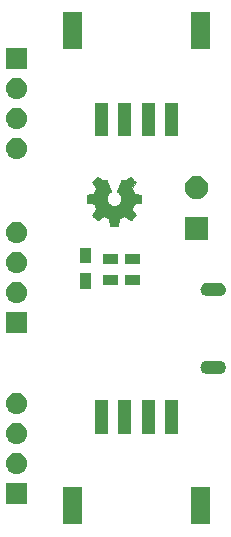
<source format=gbr>
G04 #@! TF.GenerationSoftware,KiCad,Pcbnew,5.0.1*
G04 #@! TF.CreationDate,2018-11-17T00:42:23+11:00*
G04 #@! TF.ProjectId,grove-level-shifter,67726F76652D6C6576656C2D73686966,rev?*
G04 #@! TF.SameCoordinates,Original*
G04 #@! TF.FileFunction,Soldermask,Bot*
G04 #@! TF.FilePolarity,Negative*
%FSLAX46Y46*%
G04 Gerber Fmt 4.6, Leading zero omitted, Abs format (unit mm)*
G04 Created by KiCad (PCBNEW 5.0.1) date Sat 17 Nov 2018 00:42:23 AEDT*
%MOMM*%
%LPD*%
G01*
G04 APERTURE LIST*
%ADD10C,0.010000*%
%ADD11C,0.050000*%
G04 APERTURE END LIST*
D10*
G04 #@! TO.C,Z1*
G36*
X38838910Y-44667652D02*
X38917454Y-44667222D01*
X38974298Y-44666058D01*
X39013105Y-44663793D01*
X39037538Y-44660060D01*
X39051262Y-44654494D01*
X39057940Y-44646727D01*
X39061236Y-44636395D01*
X39061556Y-44635057D01*
X39066562Y-44610921D01*
X39075829Y-44563299D01*
X39088392Y-44497259D01*
X39103287Y-44417872D01*
X39119551Y-44330204D01*
X39120119Y-44327125D01*
X39136410Y-44241211D01*
X39151652Y-44165304D01*
X39164861Y-44103955D01*
X39175054Y-44061718D01*
X39181248Y-44043145D01*
X39181543Y-44042816D01*
X39199788Y-44033747D01*
X39237405Y-44018633D01*
X39286271Y-44000738D01*
X39286543Y-44000642D01*
X39348093Y-43977507D01*
X39420657Y-43948035D01*
X39489057Y-43918403D01*
X39492294Y-43916938D01*
X39603702Y-43866374D01*
X39850399Y-44034840D01*
X39926077Y-44086197D01*
X39994631Y-44132111D01*
X40052088Y-44169970D01*
X40094476Y-44197163D01*
X40117825Y-44211079D01*
X40120042Y-44212111D01*
X40137010Y-44207516D01*
X40168701Y-44185345D01*
X40216352Y-44144553D01*
X40281198Y-44084095D01*
X40347397Y-44019773D01*
X40411214Y-43956388D01*
X40468329Y-43898549D01*
X40515305Y-43849825D01*
X40548703Y-43813790D01*
X40565085Y-43794016D01*
X40565694Y-43792998D01*
X40567505Y-43779428D01*
X40560683Y-43757267D01*
X40543540Y-43723522D01*
X40514393Y-43675200D01*
X40471555Y-43609308D01*
X40414448Y-43524483D01*
X40363766Y-43449823D01*
X40318461Y-43382860D01*
X40281150Y-43327484D01*
X40254452Y-43287580D01*
X40240985Y-43267038D01*
X40240137Y-43265644D01*
X40241781Y-43245962D01*
X40254245Y-43207707D01*
X40275048Y-43158111D01*
X40282462Y-43142272D01*
X40314814Y-43071710D01*
X40349328Y-42991647D01*
X40377365Y-42922371D01*
X40397568Y-42870955D01*
X40413615Y-42831881D01*
X40422888Y-42811459D01*
X40424041Y-42809886D01*
X40441096Y-42807279D01*
X40481298Y-42800137D01*
X40539302Y-42789477D01*
X40609763Y-42776315D01*
X40687335Y-42761667D01*
X40766672Y-42746551D01*
X40842431Y-42731982D01*
X40909264Y-42718978D01*
X40961828Y-42708555D01*
X40994776Y-42701730D01*
X41002857Y-42699801D01*
X41011205Y-42695038D01*
X41017506Y-42684282D01*
X41022045Y-42663902D01*
X41025104Y-42630266D01*
X41026967Y-42579745D01*
X41027918Y-42508708D01*
X41028240Y-42413524D01*
X41028257Y-42374508D01*
X41028257Y-42057201D01*
X40952057Y-42042161D01*
X40909663Y-42034005D01*
X40846400Y-42022101D01*
X40769962Y-42007884D01*
X40688043Y-41992790D01*
X40665400Y-41988645D01*
X40589806Y-41973947D01*
X40523953Y-41959495D01*
X40473366Y-41946625D01*
X40443574Y-41936678D01*
X40438612Y-41933713D01*
X40426426Y-41912717D01*
X40408953Y-41872033D01*
X40389577Y-41819678D01*
X40385734Y-41808400D01*
X40360339Y-41738477D01*
X40328817Y-41659582D01*
X40297969Y-41588734D01*
X40297817Y-41588405D01*
X40246447Y-41477267D01*
X40415399Y-41228747D01*
X40584352Y-40980228D01*
X40367429Y-40762942D01*
X40301819Y-40698274D01*
X40241979Y-40641267D01*
X40191267Y-40594967D01*
X40153046Y-40562416D01*
X40130675Y-40546657D01*
X40127466Y-40545657D01*
X40108626Y-40553531D01*
X40070180Y-40575422D01*
X40016330Y-40608733D01*
X39951276Y-40650869D01*
X39880940Y-40698057D01*
X39809555Y-40746190D01*
X39745908Y-40788072D01*
X39694041Y-40821129D01*
X39657995Y-40842782D01*
X39641867Y-40850457D01*
X39622189Y-40843963D01*
X39584875Y-40826850D01*
X39537621Y-40802674D01*
X39532612Y-40799987D01*
X39468977Y-40768073D01*
X39425341Y-40752421D01*
X39398202Y-40752255D01*
X39384057Y-40766796D01*
X39383975Y-40767000D01*
X39376905Y-40784221D01*
X39360042Y-40825101D01*
X39334695Y-40886475D01*
X39302171Y-40965181D01*
X39263778Y-41058053D01*
X39220822Y-41161928D01*
X39179222Y-41262498D01*
X39133504Y-41373484D01*
X39091526Y-41476297D01*
X39054548Y-41567785D01*
X39023827Y-41644799D01*
X39000622Y-41704185D01*
X38986190Y-41742791D01*
X38981743Y-41757200D01*
X38992896Y-41773728D01*
X39022069Y-41800070D01*
X39060971Y-41829113D01*
X39171757Y-41920961D01*
X39258351Y-42026241D01*
X39319716Y-42142734D01*
X39354815Y-42268224D01*
X39362608Y-42400493D01*
X39356943Y-42461543D01*
X39326078Y-42588205D01*
X39272920Y-42700059D01*
X39200767Y-42795999D01*
X39112917Y-42874924D01*
X39012665Y-42935730D01*
X38903310Y-42977313D01*
X38788147Y-42998572D01*
X38670475Y-42998401D01*
X38553590Y-42975699D01*
X38440789Y-42929362D01*
X38335369Y-42858287D01*
X38291368Y-42818089D01*
X38206979Y-42714871D01*
X38148222Y-42602075D01*
X38114704Y-42482990D01*
X38106035Y-42360905D01*
X38121823Y-42239107D01*
X38161678Y-42120884D01*
X38225207Y-42009525D01*
X38312021Y-41908316D01*
X38409029Y-41829113D01*
X38449437Y-41798838D01*
X38477982Y-41772781D01*
X38488257Y-41757175D01*
X38482877Y-41740157D01*
X38467575Y-41699500D01*
X38443612Y-41638358D01*
X38412244Y-41559881D01*
X38374732Y-41467220D01*
X38332333Y-41363528D01*
X38290663Y-41262474D01*
X38244690Y-41151393D01*
X38202107Y-41048459D01*
X38164221Y-40956835D01*
X38132340Y-40879684D01*
X38107771Y-40820169D01*
X38091820Y-40781456D01*
X38085910Y-40767000D01*
X38071948Y-40752315D01*
X38044940Y-40752358D01*
X38001413Y-40767901D01*
X37937890Y-40799716D01*
X37937388Y-40799987D01*
X37889560Y-40824677D01*
X37850897Y-40842662D01*
X37829095Y-40850386D01*
X37828133Y-40850457D01*
X37811721Y-40842622D01*
X37775487Y-40820835D01*
X37723474Y-40787672D01*
X37659725Y-40745709D01*
X37589060Y-40698057D01*
X37517116Y-40649809D01*
X37452274Y-40607849D01*
X37398735Y-40574773D01*
X37360697Y-40553179D01*
X37342533Y-40545657D01*
X37325808Y-40555543D01*
X37292180Y-40583174D01*
X37245010Y-40625505D01*
X37187658Y-40679495D01*
X37123484Y-40742101D01*
X37102497Y-40763017D01*
X36885499Y-40980377D01*
X37050668Y-41222780D01*
X37100864Y-41297219D01*
X37144919Y-41364028D01*
X37180362Y-41419335D01*
X37204719Y-41459271D01*
X37215522Y-41479964D01*
X37215838Y-41481437D01*
X37210143Y-41500942D01*
X37194826Y-41540178D01*
X37172537Y-41592570D01*
X37156893Y-41627645D01*
X37127641Y-41694799D01*
X37100094Y-41762642D01*
X37078737Y-41819966D01*
X37072935Y-41837428D01*
X37056452Y-41884062D01*
X37040340Y-41920095D01*
X37031490Y-41933713D01*
X37011960Y-41942048D01*
X36969334Y-41953863D01*
X36909145Y-41967819D01*
X36836922Y-41982578D01*
X36804600Y-41988645D01*
X36722522Y-42003727D01*
X36643795Y-42018331D01*
X36576109Y-42031020D01*
X36527160Y-42040358D01*
X36517943Y-42042161D01*
X36441743Y-42057201D01*
X36441743Y-42374508D01*
X36441914Y-42478846D01*
X36442616Y-42557787D01*
X36444134Y-42614962D01*
X36446749Y-42654001D01*
X36450746Y-42678535D01*
X36456409Y-42692195D01*
X36464020Y-42698611D01*
X36467143Y-42699801D01*
X36485978Y-42704020D01*
X36527588Y-42712438D01*
X36586630Y-42724039D01*
X36657757Y-42737805D01*
X36735625Y-42752720D01*
X36814887Y-42767768D01*
X36890198Y-42781931D01*
X36956213Y-42794194D01*
X37007587Y-42803539D01*
X37038975Y-42808950D01*
X37045959Y-42809886D01*
X37052285Y-42822404D01*
X37066290Y-42855754D01*
X37085355Y-42903623D01*
X37092634Y-42922371D01*
X37121996Y-42994805D01*
X37156571Y-43074830D01*
X37187537Y-43142272D01*
X37210323Y-43193841D01*
X37225482Y-43236215D01*
X37230542Y-43262166D01*
X37229736Y-43265644D01*
X37219041Y-43282064D01*
X37194620Y-43318583D01*
X37159095Y-43371313D01*
X37115087Y-43436365D01*
X37065217Y-43509849D01*
X37055356Y-43524355D01*
X36997492Y-43610296D01*
X36954956Y-43675739D01*
X36926054Y-43723696D01*
X36909090Y-43757180D01*
X36902367Y-43779205D01*
X36904190Y-43792783D01*
X36904236Y-43792869D01*
X36918586Y-43810703D01*
X36950323Y-43845183D01*
X36996010Y-43892732D01*
X37052204Y-43949778D01*
X37115468Y-44012745D01*
X37122602Y-44019773D01*
X37202330Y-44096980D01*
X37263857Y-44153670D01*
X37308421Y-44190890D01*
X37337257Y-44209685D01*
X37349958Y-44212111D01*
X37368494Y-44201529D01*
X37406961Y-44177084D01*
X37461386Y-44141388D01*
X37527798Y-44097053D01*
X37602225Y-44046689D01*
X37619601Y-44034840D01*
X37866297Y-43866374D01*
X37977706Y-43916938D01*
X38045457Y-43946405D01*
X38118183Y-43976041D01*
X38180703Y-43999670D01*
X38183457Y-44000642D01*
X38232360Y-44018543D01*
X38270057Y-44033680D01*
X38288425Y-44042790D01*
X38288456Y-44042816D01*
X38294285Y-44059283D01*
X38304192Y-44099781D01*
X38317195Y-44159758D01*
X38332309Y-44234660D01*
X38348552Y-44319936D01*
X38349881Y-44327125D01*
X38366175Y-44414986D01*
X38381133Y-44494740D01*
X38393791Y-44561319D01*
X38403186Y-44609653D01*
X38408354Y-44634675D01*
X38408444Y-44635057D01*
X38411589Y-44645701D01*
X38417704Y-44653738D01*
X38430453Y-44659533D01*
X38453500Y-44663453D01*
X38490509Y-44665865D01*
X38545144Y-44667135D01*
X38621067Y-44667629D01*
X38721944Y-44667714D01*
X38735000Y-44667714D01*
X38838910Y-44667652D01*
X38838910Y-44667652D01*
G37*
X38838910Y-44667652D02*
X38917454Y-44667222D01*
X38974298Y-44666058D01*
X39013105Y-44663793D01*
X39037538Y-44660060D01*
X39051262Y-44654494D01*
X39057940Y-44646727D01*
X39061236Y-44636395D01*
X39061556Y-44635057D01*
X39066562Y-44610921D01*
X39075829Y-44563299D01*
X39088392Y-44497259D01*
X39103287Y-44417872D01*
X39119551Y-44330204D01*
X39120119Y-44327125D01*
X39136410Y-44241211D01*
X39151652Y-44165304D01*
X39164861Y-44103955D01*
X39175054Y-44061718D01*
X39181248Y-44043145D01*
X39181543Y-44042816D01*
X39199788Y-44033747D01*
X39237405Y-44018633D01*
X39286271Y-44000738D01*
X39286543Y-44000642D01*
X39348093Y-43977507D01*
X39420657Y-43948035D01*
X39489057Y-43918403D01*
X39492294Y-43916938D01*
X39603702Y-43866374D01*
X39850399Y-44034840D01*
X39926077Y-44086197D01*
X39994631Y-44132111D01*
X40052088Y-44169970D01*
X40094476Y-44197163D01*
X40117825Y-44211079D01*
X40120042Y-44212111D01*
X40137010Y-44207516D01*
X40168701Y-44185345D01*
X40216352Y-44144553D01*
X40281198Y-44084095D01*
X40347397Y-44019773D01*
X40411214Y-43956388D01*
X40468329Y-43898549D01*
X40515305Y-43849825D01*
X40548703Y-43813790D01*
X40565085Y-43794016D01*
X40565694Y-43792998D01*
X40567505Y-43779428D01*
X40560683Y-43757267D01*
X40543540Y-43723522D01*
X40514393Y-43675200D01*
X40471555Y-43609308D01*
X40414448Y-43524483D01*
X40363766Y-43449823D01*
X40318461Y-43382860D01*
X40281150Y-43327484D01*
X40254452Y-43287580D01*
X40240985Y-43267038D01*
X40240137Y-43265644D01*
X40241781Y-43245962D01*
X40254245Y-43207707D01*
X40275048Y-43158111D01*
X40282462Y-43142272D01*
X40314814Y-43071710D01*
X40349328Y-42991647D01*
X40377365Y-42922371D01*
X40397568Y-42870955D01*
X40413615Y-42831881D01*
X40422888Y-42811459D01*
X40424041Y-42809886D01*
X40441096Y-42807279D01*
X40481298Y-42800137D01*
X40539302Y-42789477D01*
X40609763Y-42776315D01*
X40687335Y-42761667D01*
X40766672Y-42746551D01*
X40842431Y-42731982D01*
X40909264Y-42718978D01*
X40961828Y-42708555D01*
X40994776Y-42701730D01*
X41002857Y-42699801D01*
X41011205Y-42695038D01*
X41017506Y-42684282D01*
X41022045Y-42663902D01*
X41025104Y-42630266D01*
X41026967Y-42579745D01*
X41027918Y-42508708D01*
X41028240Y-42413524D01*
X41028257Y-42374508D01*
X41028257Y-42057201D01*
X40952057Y-42042161D01*
X40909663Y-42034005D01*
X40846400Y-42022101D01*
X40769962Y-42007884D01*
X40688043Y-41992790D01*
X40665400Y-41988645D01*
X40589806Y-41973947D01*
X40523953Y-41959495D01*
X40473366Y-41946625D01*
X40443574Y-41936678D01*
X40438612Y-41933713D01*
X40426426Y-41912717D01*
X40408953Y-41872033D01*
X40389577Y-41819678D01*
X40385734Y-41808400D01*
X40360339Y-41738477D01*
X40328817Y-41659582D01*
X40297969Y-41588734D01*
X40297817Y-41588405D01*
X40246447Y-41477267D01*
X40415399Y-41228747D01*
X40584352Y-40980228D01*
X40367429Y-40762942D01*
X40301819Y-40698274D01*
X40241979Y-40641267D01*
X40191267Y-40594967D01*
X40153046Y-40562416D01*
X40130675Y-40546657D01*
X40127466Y-40545657D01*
X40108626Y-40553531D01*
X40070180Y-40575422D01*
X40016330Y-40608733D01*
X39951276Y-40650869D01*
X39880940Y-40698057D01*
X39809555Y-40746190D01*
X39745908Y-40788072D01*
X39694041Y-40821129D01*
X39657995Y-40842782D01*
X39641867Y-40850457D01*
X39622189Y-40843963D01*
X39584875Y-40826850D01*
X39537621Y-40802674D01*
X39532612Y-40799987D01*
X39468977Y-40768073D01*
X39425341Y-40752421D01*
X39398202Y-40752255D01*
X39384057Y-40766796D01*
X39383975Y-40767000D01*
X39376905Y-40784221D01*
X39360042Y-40825101D01*
X39334695Y-40886475D01*
X39302171Y-40965181D01*
X39263778Y-41058053D01*
X39220822Y-41161928D01*
X39179222Y-41262498D01*
X39133504Y-41373484D01*
X39091526Y-41476297D01*
X39054548Y-41567785D01*
X39023827Y-41644799D01*
X39000622Y-41704185D01*
X38986190Y-41742791D01*
X38981743Y-41757200D01*
X38992896Y-41773728D01*
X39022069Y-41800070D01*
X39060971Y-41829113D01*
X39171757Y-41920961D01*
X39258351Y-42026241D01*
X39319716Y-42142734D01*
X39354815Y-42268224D01*
X39362608Y-42400493D01*
X39356943Y-42461543D01*
X39326078Y-42588205D01*
X39272920Y-42700059D01*
X39200767Y-42795999D01*
X39112917Y-42874924D01*
X39012665Y-42935730D01*
X38903310Y-42977313D01*
X38788147Y-42998572D01*
X38670475Y-42998401D01*
X38553590Y-42975699D01*
X38440789Y-42929362D01*
X38335369Y-42858287D01*
X38291368Y-42818089D01*
X38206979Y-42714871D01*
X38148222Y-42602075D01*
X38114704Y-42482990D01*
X38106035Y-42360905D01*
X38121823Y-42239107D01*
X38161678Y-42120884D01*
X38225207Y-42009525D01*
X38312021Y-41908316D01*
X38409029Y-41829113D01*
X38449437Y-41798838D01*
X38477982Y-41772781D01*
X38488257Y-41757175D01*
X38482877Y-41740157D01*
X38467575Y-41699500D01*
X38443612Y-41638358D01*
X38412244Y-41559881D01*
X38374732Y-41467220D01*
X38332333Y-41363528D01*
X38290663Y-41262474D01*
X38244690Y-41151393D01*
X38202107Y-41048459D01*
X38164221Y-40956835D01*
X38132340Y-40879684D01*
X38107771Y-40820169D01*
X38091820Y-40781456D01*
X38085910Y-40767000D01*
X38071948Y-40752315D01*
X38044940Y-40752358D01*
X38001413Y-40767901D01*
X37937890Y-40799716D01*
X37937388Y-40799987D01*
X37889560Y-40824677D01*
X37850897Y-40842662D01*
X37829095Y-40850386D01*
X37828133Y-40850457D01*
X37811721Y-40842622D01*
X37775487Y-40820835D01*
X37723474Y-40787672D01*
X37659725Y-40745709D01*
X37589060Y-40698057D01*
X37517116Y-40649809D01*
X37452274Y-40607849D01*
X37398735Y-40574773D01*
X37360697Y-40553179D01*
X37342533Y-40545657D01*
X37325808Y-40555543D01*
X37292180Y-40583174D01*
X37245010Y-40625505D01*
X37187658Y-40679495D01*
X37123484Y-40742101D01*
X37102497Y-40763017D01*
X36885499Y-40980377D01*
X37050668Y-41222780D01*
X37100864Y-41297219D01*
X37144919Y-41364028D01*
X37180362Y-41419335D01*
X37204719Y-41459271D01*
X37215522Y-41479964D01*
X37215838Y-41481437D01*
X37210143Y-41500942D01*
X37194826Y-41540178D01*
X37172537Y-41592570D01*
X37156893Y-41627645D01*
X37127641Y-41694799D01*
X37100094Y-41762642D01*
X37078737Y-41819966D01*
X37072935Y-41837428D01*
X37056452Y-41884062D01*
X37040340Y-41920095D01*
X37031490Y-41933713D01*
X37011960Y-41942048D01*
X36969334Y-41953863D01*
X36909145Y-41967819D01*
X36836922Y-41982578D01*
X36804600Y-41988645D01*
X36722522Y-42003727D01*
X36643795Y-42018331D01*
X36576109Y-42031020D01*
X36527160Y-42040358D01*
X36517943Y-42042161D01*
X36441743Y-42057201D01*
X36441743Y-42374508D01*
X36441914Y-42478846D01*
X36442616Y-42557787D01*
X36444134Y-42614962D01*
X36446749Y-42654001D01*
X36450746Y-42678535D01*
X36456409Y-42692195D01*
X36464020Y-42698611D01*
X36467143Y-42699801D01*
X36485978Y-42704020D01*
X36527588Y-42712438D01*
X36586630Y-42724039D01*
X36657757Y-42737805D01*
X36735625Y-42752720D01*
X36814887Y-42767768D01*
X36890198Y-42781931D01*
X36956213Y-42794194D01*
X37007587Y-42803539D01*
X37038975Y-42808950D01*
X37045959Y-42809886D01*
X37052285Y-42822404D01*
X37066290Y-42855754D01*
X37085355Y-42903623D01*
X37092634Y-42922371D01*
X37121996Y-42994805D01*
X37156571Y-43074830D01*
X37187537Y-43142272D01*
X37210323Y-43193841D01*
X37225482Y-43236215D01*
X37230542Y-43262166D01*
X37229736Y-43265644D01*
X37219041Y-43282064D01*
X37194620Y-43318583D01*
X37159095Y-43371313D01*
X37115087Y-43436365D01*
X37065217Y-43509849D01*
X37055356Y-43524355D01*
X36997492Y-43610296D01*
X36954956Y-43675739D01*
X36926054Y-43723696D01*
X36909090Y-43757180D01*
X36902367Y-43779205D01*
X36904190Y-43792783D01*
X36904236Y-43792869D01*
X36918586Y-43810703D01*
X36950323Y-43845183D01*
X36996010Y-43892732D01*
X37052204Y-43949778D01*
X37115468Y-44012745D01*
X37122602Y-44019773D01*
X37202330Y-44096980D01*
X37263857Y-44153670D01*
X37308421Y-44190890D01*
X37337257Y-44209685D01*
X37349958Y-44212111D01*
X37368494Y-44201529D01*
X37406961Y-44177084D01*
X37461386Y-44141388D01*
X37527798Y-44097053D01*
X37602225Y-44046689D01*
X37619601Y-44034840D01*
X37866297Y-43866374D01*
X37977706Y-43916938D01*
X38045457Y-43946405D01*
X38118183Y-43976041D01*
X38180703Y-43999670D01*
X38183457Y-44000642D01*
X38232360Y-44018543D01*
X38270057Y-44033680D01*
X38288425Y-44042790D01*
X38288456Y-44042816D01*
X38294285Y-44059283D01*
X38304192Y-44099781D01*
X38317195Y-44159758D01*
X38332309Y-44234660D01*
X38348552Y-44319936D01*
X38349881Y-44327125D01*
X38366175Y-44414986D01*
X38381133Y-44494740D01*
X38393791Y-44561319D01*
X38403186Y-44609653D01*
X38408354Y-44634675D01*
X38408444Y-44635057D01*
X38411589Y-44645701D01*
X38417704Y-44653738D01*
X38430453Y-44659533D01*
X38453500Y-44663453D01*
X38490509Y-44665865D01*
X38545144Y-44667135D01*
X38621067Y-44667629D01*
X38721944Y-44667714D01*
X38735000Y-44667714D01*
X38838910Y-44667652D01*
D11*
G36*
X46837800Y-69909890D02*
X45237200Y-69909890D01*
X45237200Y-66808150D01*
X46837800Y-66808150D01*
X46837800Y-69909890D01*
X46837800Y-69909890D01*
G37*
G36*
X36042800Y-69909890D02*
X34442200Y-69909890D01*
X34442200Y-66808150D01*
X36042800Y-66808150D01*
X36042800Y-69909890D01*
X36042800Y-69909890D01*
G37*
G36*
X31381000Y-68211000D02*
X29579000Y-68211000D01*
X29579000Y-66409000D01*
X31381000Y-66409000D01*
X31381000Y-68211000D01*
X31381000Y-68211000D01*
G37*
G36*
X30590442Y-63875518D02*
X30656627Y-63882037D01*
X30769853Y-63916384D01*
X30826467Y-63933557D01*
X30965087Y-64007652D01*
X30982991Y-64017222D01*
X31018729Y-64046552D01*
X31120186Y-64129814D01*
X31203448Y-64231271D01*
X31232778Y-64267009D01*
X31232779Y-64267011D01*
X31316443Y-64423533D01*
X31316443Y-64423534D01*
X31367963Y-64593373D01*
X31385359Y-64770000D01*
X31367963Y-64946627D01*
X31333616Y-65059853D01*
X31316443Y-65116467D01*
X31242348Y-65255087D01*
X31232778Y-65272991D01*
X31203448Y-65308729D01*
X31120186Y-65410186D01*
X31018729Y-65493448D01*
X30982991Y-65522778D01*
X30982989Y-65522779D01*
X30826467Y-65606443D01*
X30769853Y-65623616D01*
X30656627Y-65657963D01*
X30590442Y-65664482D01*
X30524260Y-65671000D01*
X30435740Y-65671000D01*
X30369558Y-65664482D01*
X30303373Y-65657963D01*
X30190147Y-65623616D01*
X30133533Y-65606443D01*
X29977011Y-65522779D01*
X29977009Y-65522778D01*
X29941271Y-65493448D01*
X29839814Y-65410186D01*
X29756552Y-65308729D01*
X29727222Y-65272991D01*
X29717652Y-65255087D01*
X29643557Y-65116467D01*
X29626384Y-65059853D01*
X29592037Y-64946627D01*
X29574641Y-64770000D01*
X29592037Y-64593373D01*
X29643557Y-64423534D01*
X29643557Y-64423533D01*
X29727221Y-64267011D01*
X29727222Y-64267009D01*
X29756552Y-64231271D01*
X29839814Y-64129814D01*
X29941271Y-64046552D01*
X29977009Y-64017222D01*
X29994913Y-64007652D01*
X30133533Y-63933557D01*
X30190147Y-63916384D01*
X30303373Y-63882037D01*
X30369558Y-63875518D01*
X30435740Y-63869000D01*
X30524260Y-63869000D01*
X30590442Y-63875518D01*
X30590442Y-63875518D01*
G37*
G36*
X30590443Y-61335519D02*
X30656627Y-61342037D01*
X30769853Y-61376384D01*
X30826467Y-61393557D01*
X30965087Y-61467652D01*
X30982991Y-61477222D01*
X31018729Y-61506552D01*
X31120186Y-61589814D01*
X31203448Y-61691271D01*
X31232778Y-61727009D01*
X31232779Y-61727011D01*
X31316443Y-61883533D01*
X31316443Y-61883534D01*
X31367963Y-62053373D01*
X31385359Y-62230000D01*
X31367963Y-62406627D01*
X31333616Y-62519853D01*
X31316443Y-62576467D01*
X31242348Y-62715087D01*
X31232778Y-62732991D01*
X31203448Y-62768729D01*
X31120186Y-62870186D01*
X31018729Y-62953448D01*
X30982991Y-62982778D01*
X30982989Y-62982779D01*
X30826467Y-63066443D01*
X30769853Y-63083616D01*
X30656627Y-63117963D01*
X30590443Y-63124481D01*
X30524260Y-63131000D01*
X30435740Y-63131000D01*
X30369557Y-63124481D01*
X30303373Y-63117963D01*
X30190147Y-63083616D01*
X30133533Y-63066443D01*
X29977011Y-62982779D01*
X29977009Y-62982778D01*
X29941271Y-62953448D01*
X29839814Y-62870186D01*
X29756552Y-62768729D01*
X29727222Y-62732991D01*
X29717652Y-62715087D01*
X29643557Y-62576467D01*
X29626384Y-62519853D01*
X29592037Y-62406627D01*
X29574641Y-62230000D01*
X29592037Y-62053373D01*
X29643557Y-61883534D01*
X29643557Y-61883533D01*
X29727221Y-61727011D01*
X29727222Y-61727009D01*
X29756552Y-61691271D01*
X29839814Y-61589814D01*
X29941271Y-61506552D01*
X29977009Y-61477222D01*
X29994913Y-61467652D01*
X30133533Y-61393557D01*
X30190147Y-61376384D01*
X30303373Y-61342037D01*
X30369557Y-61335519D01*
X30435740Y-61329000D01*
X30524260Y-61329000D01*
X30590443Y-61335519D01*
X30590443Y-61335519D01*
G37*
G36*
X44194930Y-62281000D02*
X43084550Y-62281000D01*
X43084550Y-59440880D01*
X44194930Y-59440880D01*
X44194930Y-62281000D01*
X44194930Y-62281000D01*
G37*
G36*
X38195450Y-62281000D02*
X37085070Y-62281000D01*
X37085070Y-59440880D01*
X38195450Y-59440880D01*
X38195450Y-62281000D01*
X38195450Y-62281000D01*
G37*
G36*
X40196970Y-62281000D02*
X39086590Y-62281000D01*
X39086590Y-59440880D01*
X40196970Y-59440880D01*
X40196970Y-62281000D01*
X40196970Y-62281000D01*
G37*
G36*
X42193410Y-62281000D02*
X41083030Y-62281000D01*
X41083030Y-59440880D01*
X42193410Y-59440880D01*
X42193410Y-62281000D01*
X42193410Y-62281000D01*
G37*
G36*
X30590442Y-58795518D02*
X30656627Y-58802037D01*
X30769853Y-58836384D01*
X30826467Y-58853557D01*
X30965087Y-58927652D01*
X30982991Y-58937222D01*
X31018729Y-58966552D01*
X31120186Y-59049814D01*
X31203448Y-59151271D01*
X31232778Y-59187009D01*
X31232779Y-59187011D01*
X31316443Y-59343533D01*
X31316443Y-59343534D01*
X31367963Y-59513373D01*
X31385359Y-59690000D01*
X31367963Y-59866627D01*
X31333616Y-59979853D01*
X31316443Y-60036467D01*
X31242348Y-60175087D01*
X31232778Y-60192991D01*
X31203448Y-60228729D01*
X31120186Y-60330186D01*
X31018729Y-60413448D01*
X30982991Y-60442778D01*
X30982989Y-60442779D01*
X30826467Y-60526443D01*
X30769853Y-60543616D01*
X30656627Y-60577963D01*
X30590443Y-60584481D01*
X30524260Y-60591000D01*
X30435740Y-60591000D01*
X30369557Y-60584481D01*
X30303373Y-60577963D01*
X30190147Y-60543616D01*
X30133533Y-60526443D01*
X29977011Y-60442779D01*
X29977009Y-60442778D01*
X29941271Y-60413448D01*
X29839814Y-60330186D01*
X29756552Y-60228729D01*
X29727222Y-60192991D01*
X29717652Y-60175087D01*
X29643557Y-60036467D01*
X29626384Y-59979853D01*
X29592037Y-59866627D01*
X29574641Y-59690000D01*
X29592037Y-59513373D01*
X29643557Y-59343534D01*
X29643557Y-59343533D01*
X29727221Y-59187011D01*
X29727222Y-59187009D01*
X29756552Y-59151271D01*
X29839814Y-59049814D01*
X29941271Y-58966552D01*
X29977009Y-58937222D01*
X29994913Y-58927652D01*
X30133533Y-58853557D01*
X30190147Y-58836384D01*
X30303373Y-58802037D01*
X30369558Y-58795518D01*
X30435740Y-58789000D01*
X30524260Y-58789000D01*
X30590442Y-58795518D01*
X30590442Y-58795518D01*
G37*
G36*
X47742200Y-56088548D02*
X47742203Y-56088549D01*
X47847575Y-56120513D01*
X47944686Y-56172420D01*
X47944688Y-56172421D01*
X47944687Y-56172421D01*
X48029805Y-56242275D01*
X48099659Y-56327393D01*
X48151566Y-56424503D01*
X48183532Y-56529880D01*
X48194324Y-56639460D01*
X48183532Y-56749040D01*
X48183531Y-56749043D01*
X48151567Y-56854415D01*
X48099660Y-56951526D01*
X48029805Y-57036645D01*
X47944686Y-57106500D01*
X47847575Y-57158407D01*
X47761817Y-57184421D01*
X47742200Y-57190372D01*
X47660078Y-57198460D01*
X46589162Y-57198460D01*
X46507040Y-57190372D01*
X46487423Y-57184421D01*
X46401665Y-57158407D01*
X46304554Y-57106500D01*
X46219435Y-57036645D01*
X46149580Y-56951526D01*
X46097673Y-56854415D01*
X46065709Y-56749043D01*
X46065708Y-56749040D01*
X46054916Y-56639460D01*
X46065708Y-56529880D01*
X46097674Y-56424503D01*
X46149581Y-56327393D01*
X46219435Y-56242275D01*
X46304553Y-56172421D01*
X46304552Y-56172421D01*
X46304554Y-56172420D01*
X46401665Y-56120513D01*
X46507037Y-56088549D01*
X46507040Y-56088548D01*
X46589162Y-56080460D01*
X47660078Y-56080460D01*
X47742200Y-56088548D01*
X47742200Y-56088548D01*
G37*
G36*
X31381000Y-53733000D02*
X29579000Y-53733000D01*
X29579000Y-51931000D01*
X31381000Y-51931000D01*
X31381000Y-53733000D01*
X31381000Y-53733000D01*
G37*
G36*
X30590442Y-49397518D02*
X30656627Y-49404037D01*
X30769853Y-49438384D01*
X30826467Y-49455557D01*
X30890208Y-49489628D01*
X30982991Y-49539222D01*
X31018729Y-49568552D01*
X31120186Y-49651814D01*
X31183097Y-49728473D01*
X31232778Y-49789009D01*
X31232779Y-49789011D01*
X31316443Y-49945533D01*
X31316443Y-49945534D01*
X31367963Y-50115373D01*
X31385359Y-50292000D01*
X31367963Y-50468627D01*
X31340401Y-50559486D01*
X31316443Y-50638467D01*
X31242348Y-50777087D01*
X31232778Y-50794991D01*
X31203448Y-50830729D01*
X31120186Y-50932186D01*
X31018729Y-51015448D01*
X30982991Y-51044778D01*
X30982989Y-51044779D01*
X30826467Y-51128443D01*
X30769853Y-51145616D01*
X30656627Y-51179963D01*
X30590443Y-51186481D01*
X30524260Y-51193000D01*
X30435740Y-51193000D01*
X30369558Y-51186482D01*
X30303373Y-51179963D01*
X30190147Y-51145616D01*
X30133533Y-51128443D01*
X29977011Y-51044779D01*
X29977009Y-51044778D01*
X29941271Y-51015448D01*
X29839814Y-50932186D01*
X29756552Y-50830729D01*
X29727222Y-50794991D01*
X29717652Y-50777087D01*
X29643557Y-50638467D01*
X29619599Y-50559486D01*
X29592037Y-50468627D01*
X29574641Y-50292000D01*
X29592037Y-50115373D01*
X29643557Y-49945534D01*
X29643557Y-49945533D01*
X29727221Y-49789011D01*
X29727222Y-49789009D01*
X29776903Y-49728473D01*
X29839814Y-49651814D01*
X29941271Y-49568552D01*
X29977009Y-49539222D01*
X30069792Y-49489628D01*
X30133533Y-49455557D01*
X30190147Y-49438384D01*
X30303373Y-49404037D01*
X30369558Y-49397518D01*
X30435740Y-49391000D01*
X30524260Y-49391000D01*
X30590442Y-49397518D01*
X30590442Y-49397518D01*
G37*
G36*
X47742200Y-49489628D02*
X47742203Y-49489629D01*
X47847575Y-49521593D01*
X47944686Y-49573500D01*
X47944688Y-49573501D01*
X47944687Y-49573501D01*
X48029805Y-49643355D01*
X48099659Y-49728473D01*
X48151566Y-49825583D01*
X48183532Y-49930960D01*
X48194324Y-50040540D01*
X48183532Y-50150120D01*
X48183531Y-50150123D01*
X48151567Y-50255495D01*
X48099660Y-50352606D01*
X48029805Y-50437725D01*
X47944686Y-50507580D01*
X47847575Y-50559487D01*
X47761817Y-50585501D01*
X47742200Y-50591452D01*
X47660078Y-50599540D01*
X46589162Y-50599540D01*
X46507040Y-50591452D01*
X46487423Y-50585501D01*
X46401665Y-50559487D01*
X46304554Y-50507580D01*
X46219435Y-50437725D01*
X46149580Y-50352606D01*
X46097673Y-50255495D01*
X46065709Y-50150123D01*
X46065708Y-50150120D01*
X46054916Y-50040540D01*
X46065708Y-49930960D01*
X46097674Y-49825583D01*
X46149581Y-49728473D01*
X46219435Y-49643355D01*
X46304553Y-49573501D01*
X46304552Y-49573501D01*
X46304554Y-49573500D01*
X46401665Y-49521593D01*
X46507037Y-49489629D01*
X46507040Y-49489628D01*
X46589162Y-49481540D01*
X47660078Y-49481540D01*
X47742200Y-49489628D01*
X47742200Y-49489628D01*
G37*
G36*
X36823000Y-50011000D02*
X35821000Y-50011000D01*
X35821000Y-48709000D01*
X36823000Y-48709000D01*
X36823000Y-50011000D01*
X36823000Y-50011000D01*
G37*
G36*
X39071000Y-49702000D02*
X37769000Y-49702000D01*
X37769000Y-48850000D01*
X39071000Y-48850000D01*
X39071000Y-49702000D01*
X39071000Y-49702000D01*
G37*
G36*
X40971000Y-49702000D02*
X39669000Y-49702000D01*
X39669000Y-48850000D01*
X40971000Y-48850000D01*
X40971000Y-49702000D01*
X40971000Y-49702000D01*
G37*
G36*
X30590442Y-46857518D02*
X30656627Y-46864037D01*
X30769853Y-46898384D01*
X30826467Y-46915557D01*
X30965087Y-46989652D01*
X30982991Y-46999222D01*
X31018729Y-47028552D01*
X31120186Y-47111814D01*
X31203448Y-47213271D01*
X31232778Y-47249009D01*
X31232779Y-47249011D01*
X31316443Y-47405533D01*
X31316443Y-47405534D01*
X31367963Y-47575373D01*
X31385359Y-47752000D01*
X31367963Y-47928627D01*
X31333616Y-48041853D01*
X31316443Y-48098467D01*
X31242348Y-48237087D01*
X31232778Y-48254991D01*
X31203448Y-48290729D01*
X31120186Y-48392186D01*
X31018729Y-48475448D01*
X30982991Y-48504778D01*
X30982989Y-48504779D01*
X30826467Y-48588443D01*
X30769853Y-48605616D01*
X30656627Y-48639963D01*
X30590443Y-48646481D01*
X30524260Y-48653000D01*
X30435740Y-48653000D01*
X30369557Y-48646481D01*
X30303373Y-48639963D01*
X30190147Y-48605616D01*
X30133533Y-48588443D01*
X29977011Y-48504779D01*
X29977009Y-48504778D01*
X29941271Y-48475448D01*
X29839814Y-48392186D01*
X29756552Y-48290729D01*
X29727222Y-48254991D01*
X29717652Y-48237087D01*
X29643557Y-48098467D01*
X29626384Y-48041853D01*
X29592037Y-47928627D01*
X29574641Y-47752000D01*
X29592037Y-47575373D01*
X29643557Y-47405534D01*
X29643557Y-47405533D01*
X29727221Y-47249011D01*
X29727222Y-47249009D01*
X29756552Y-47213271D01*
X29839814Y-47111814D01*
X29941271Y-47028552D01*
X29977009Y-46999222D01*
X29994913Y-46989652D01*
X30133533Y-46915557D01*
X30190147Y-46898384D01*
X30303373Y-46864037D01*
X30369558Y-46857518D01*
X30435740Y-46851000D01*
X30524260Y-46851000D01*
X30590442Y-46857518D01*
X30590442Y-46857518D01*
G37*
G36*
X39071000Y-47924000D02*
X37769000Y-47924000D01*
X37769000Y-47072000D01*
X39071000Y-47072000D01*
X39071000Y-47924000D01*
X39071000Y-47924000D01*
G37*
G36*
X40971000Y-47924000D02*
X39669000Y-47924000D01*
X39669000Y-47072000D01*
X40971000Y-47072000D01*
X40971000Y-47924000D01*
X40971000Y-47924000D01*
G37*
G36*
X36823000Y-47811000D02*
X35821000Y-47811000D01*
X35821000Y-46509000D01*
X36823000Y-46509000D01*
X36823000Y-47811000D01*
X36823000Y-47811000D01*
G37*
G36*
X30590443Y-44317519D02*
X30656627Y-44324037D01*
X30769853Y-44358384D01*
X30826467Y-44375557D01*
X30965087Y-44449652D01*
X30982991Y-44459222D01*
X31018729Y-44488552D01*
X31120186Y-44571814D01*
X31203448Y-44673271D01*
X31232778Y-44709009D01*
X31232779Y-44709011D01*
X31316443Y-44865533D01*
X31316443Y-44865534D01*
X31367963Y-45035373D01*
X31385359Y-45212000D01*
X31367963Y-45388627D01*
X31333616Y-45501853D01*
X31316443Y-45558467D01*
X31242348Y-45697087D01*
X31232778Y-45714991D01*
X31203448Y-45750729D01*
X31120186Y-45852186D01*
X31018729Y-45935448D01*
X30982991Y-45964778D01*
X30982989Y-45964779D01*
X30826467Y-46048443D01*
X30769853Y-46065616D01*
X30656627Y-46099963D01*
X30590442Y-46106482D01*
X30524260Y-46113000D01*
X30435740Y-46113000D01*
X30369558Y-46106482D01*
X30303373Y-46099963D01*
X30190147Y-46065616D01*
X30133533Y-46048443D01*
X29977011Y-45964779D01*
X29977009Y-45964778D01*
X29941271Y-45935448D01*
X29839814Y-45852186D01*
X29756552Y-45750729D01*
X29727222Y-45714991D01*
X29717652Y-45697087D01*
X29643557Y-45558467D01*
X29626384Y-45501853D01*
X29592037Y-45388627D01*
X29574641Y-45212000D01*
X29592037Y-45035373D01*
X29643557Y-44865534D01*
X29643557Y-44865533D01*
X29727221Y-44709011D01*
X29727222Y-44709009D01*
X29756552Y-44673271D01*
X29839814Y-44571814D01*
X29941271Y-44488552D01*
X29977009Y-44459222D01*
X29994913Y-44449652D01*
X30133533Y-44375557D01*
X30190147Y-44358384D01*
X30303373Y-44324037D01*
X30369557Y-44317519D01*
X30435740Y-44311000D01*
X30524260Y-44311000D01*
X30590443Y-44317519D01*
X30590443Y-44317519D01*
G37*
G36*
X46695560Y-45903080D02*
X44744440Y-45903080D01*
X44744440Y-43951960D01*
X46695560Y-43951960D01*
X46695560Y-45903080D01*
X46695560Y-45903080D01*
G37*
G36*
X46004557Y-40494410D02*
X46004559Y-40494411D01*
X46004560Y-40494411D01*
X46182101Y-40567950D01*
X46182102Y-40567951D01*
X46341886Y-40674715D01*
X46477765Y-40810594D01*
X46477767Y-40810597D01*
X46584530Y-40970379D01*
X46658069Y-41147920D01*
X46695560Y-41336396D01*
X46695560Y-41528564D01*
X46658069Y-41717040D01*
X46584530Y-41894581D01*
X46584529Y-41894582D01*
X46477765Y-42054366D01*
X46341886Y-42190245D01*
X46341883Y-42190247D01*
X46182101Y-42297010D01*
X46004560Y-42370549D01*
X46004559Y-42370549D01*
X46004557Y-42370550D01*
X45816086Y-42408040D01*
X45623914Y-42408040D01*
X45435443Y-42370550D01*
X45435441Y-42370549D01*
X45435440Y-42370549D01*
X45257899Y-42297010D01*
X45098117Y-42190247D01*
X45098114Y-42190245D01*
X44962235Y-42054366D01*
X44855471Y-41894582D01*
X44855470Y-41894581D01*
X44781931Y-41717040D01*
X44744440Y-41528564D01*
X44744440Y-41336396D01*
X44781931Y-41147920D01*
X44855470Y-40970379D01*
X44962233Y-40810597D01*
X44962235Y-40810594D01*
X45098114Y-40674715D01*
X45257898Y-40567951D01*
X45257899Y-40567950D01*
X45435440Y-40494411D01*
X45435441Y-40494411D01*
X45435443Y-40494410D01*
X45623914Y-40456920D01*
X45816086Y-40456920D01*
X46004557Y-40494410D01*
X46004557Y-40494410D01*
G37*
G36*
X30590442Y-37205518D02*
X30656627Y-37212037D01*
X30769853Y-37246384D01*
X30826467Y-37263557D01*
X30965087Y-37337652D01*
X30982991Y-37347222D01*
X31018729Y-37376552D01*
X31120186Y-37459814D01*
X31203448Y-37561271D01*
X31232778Y-37597009D01*
X31232779Y-37597011D01*
X31316443Y-37753533D01*
X31316443Y-37753534D01*
X31367963Y-37923373D01*
X31385359Y-38100000D01*
X31367963Y-38276627D01*
X31333616Y-38389853D01*
X31316443Y-38446467D01*
X31242348Y-38585087D01*
X31232778Y-38602991D01*
X31203448Y-38638729D01*
X31120186Y-38740186D01*
X31018729Y-38823448D01*
X30982991Y-38852778D01*
X30982989Y-38852779D01*
X30826467Y-38936443D01*
X30769853Y-38953616D01*
X30656627Y-38987963D01*
X30590443Y-38994481D01*
X30524260Y-39001000D01*
X30435740Y-39001000D01*
X30369557Y-38994481D01*
X30303373Y-38987963D01*
X30190147Y-38953616D01*
X30133533Y-38936443D01*
X29977011Y-38852779D01*
X29977009Y-38852778D01*
X29941271Y-38823448D01*
X29839814Y-38740186D01*
X29756552Y-38638729D01*
X29727222Y-38602991D01*
X29717652Y-38585087D01*
X29643557Y-38446467D01*
X29626384Y-38389853D01*
X29592037Y-38276627D01*
X29574641Y-38100000D01*
X29592037Y-37923373D01*
X29643557Y-37753534D01*
X29643557Y-37753533D01*
X29727221Y-37597011D01*
X29727222Y-37597009D01*
X29756552Y-37561271D01*
X29839814Y-37459814D01*
X29941271Y-37376552D01*
X29977009Y-37347222D01*
X29994913Y-37337652D01*
X30133533Y-37263557D01*
X30190147Y-37246384D01*
X30303373Y-37212037D01*
X30369558Y-37205518D01*
X30435740Y-37199000D01*
X30524260Y-37199000D01*
X30590442Y-37205518D01*
X30590442Y-37205518D01*
G37*
G36*
X44194930Y-37079120D02*
X43084550Y-37079120D01*
X43084550Y-34239000D01*
X44194930Y-34239000D01*
X44194930Y-37079120D01*
X44194930Y-37079120D01*
G37*
G36*
X42193410Y-37079120D02*
X41083030Y-37079120D01*
X41083030Y-34239000D01*
X42193410Y-34239000D01*
X42193410Y-37079120D01*
X42193410Y-37079120D01*
G37*
G36*
X40196970Y-37079120D02*
X39086590Y-37079120D01*
X39086590Y-34239000D01*
X40196970Y-34239000D01*
X40196970Y-37079120D01*
X40196970Y-37079120D01*
G37*
G36*
X38195450Y-37079120D02*
X37085070Y-37079120D01*
X37085070Y-34239000D01*
X38195450Y-34239000D01*
X38195450Y-37079120D01*
X38195450Y-37079120D01*
G37*
G36*
X30590443Y-34665519D02*
X30656627Y-34672037D01*
X30769853Y-34706384D01*
X30826467Y-34723557D01*
X30965087Y-34797652D01*
X30982991Y-34807222D01*
X31018729Y-34836552D01*
X31120186Y-34919814D01*
X31203448Y-35021271D01*
X31232778Y-35057009D01*
X31232779Y-35057011D01*
X31316443Y-35213533D01*
X31316443Y-35213534D01*
X31367963Y-35383373D01*
X31385359Y-35560000D01*
X31367963Y-35736627D01*
X31333616Y-35849853D01*
X31316443Y-35906467D01*
X31242348Y-36045087D01*
X31232778Y-36062991D01*
X31203448Y-36098729D01*
X31120186Y-36200186D01*
X31018729Y-36283448D01*
X30982991Y-36312778D01*
X30982989Y-36312779D01*
X30826467Y-36396443D01*
X30769853Y-36413616D01*
X30656627Y-36447963D01*
X30590442Y-36454482D01*
X30524260Y-36461000D01*
X30435740Y-36461000D01*
X30369558Y-36454482D01*
X30303373Y-36447963D01*
X30190147Y-36413616D01*
X30133533Y-36396443D01*
X29977011Y-36312779D01*
X29977009Y-36312778D01*
X29941271Y-36283448D01*
X29839814Y-36200186D01*
X29756552Y-36098729D01*
X29727222Y-36062991D01*
X29717652Y-36045087D01*
X29643557Y-35906467D01*
X29626384Y-35849853D01*
X29592037Y-35736627D01*
X29574641Y-35560000D01*
X29592037Y-35383373D01*
X29643557Y-35213534D01*
X29643557Y-35213533D01*
X29727221Y-35057011D01*
X29727222Y-35057009D01*
X29756552Y-35021271D01*
X29839814Y-34919814D01*
X29941271Y-34836552D01*
X29977009Y-34807222D01*
X29994913Y-34797652D01*
X30133533Y-34723557D01*
X30190147Y-34706384D01*
X30303373Y-34672037D01*
X30369557Y-34665519D01*
X30435740Y-34659000D01*
X30524260Y-34659000D01*
X30590443Y-34665519D01*
X30590443Y-34665519D01*
G37*
G36*
X30590443Y-32125519D02*
X30656627Y-32132037D01*
X30769853Y-32166384D01*
X30826467Y-32183557D01*
X30965087Y-32257652D01*
X30982991Y-32267222D01*
X31018729Y-32296552D01*
X31120186Y-32379814D01*
X31203448Y-32481271D01*
X31232778Y-32517009D01*
X31232779Y-32517011D01*
X31316443Y-32673533D01*
X31316443Y-32673534D01*
X31367963Y-32843373D01*
X31385359Y-33020000D01*
X31367963Y-33196627D01*
X31333616Y-33309853D01*
X31316443Y-33366467D01*
X31242348Y-33505087D01*
X31232778Y-33522991D01*
X31203448Y-33558729D01*
X31120186Y-33660186D01*
X31018729Y-33743448D01*
X30982991Y-33772778D01*
X30982989Y-33772779D01*
X30826467Y-33856443D01*
X30769853Y-33873616D01*
X30656627Y-33907963D01*
X30590443Y-33914481D01*
X30524260Y-33921000D01*
X30435740Y-33921000D01*
X30369557Y-33914481D01*
X30303373Y-33907963D01*
X30190147Y-33873616D01*
X30133533Y-33856443D01*
X29977011Y-33772779D01*
X29977009Y-33772778D01*
X29941271Y-33743448D01*
X29839814Y-33660186D01*
X29756552Y-33558729D01*
X29727222Y-33522991D01*
X29717652Y-33505087D01*
X29643557Y-33366467D01*
X29626384Y-33309853D01*
X29592037Y-33196627D01*
X29574641Y-33020000D01*
X29592037Y-32843373D01*
X29643557Y-32673534D01*
X29643557Y-32673533D01*
X29727221Y-32517011D01*
X29727222Y-32517009D01*
X29756552Y-32481271D01*
X29839814Y-32379814D01*
X29941271Y-32296552D01*
X29977009Y-32267222D01*
X29994913Y-32257652D01*
X30133533Y-32183557D01*
X30190147Y-32166384D01*
X30303373Y-32132037D01*
X30369557Y-32125519D01*
X30435740Y-32119000D01*
X30524260Y-32119000D01*
X30590443Y-32125519D01*
X30590443Y-32125519D01*
G37*
G36*
X31381000Y-31381000D02*
X29579000Y-31381000D01*
X29579000Y-29579000D01*
X31381000Y-29579000D01*
X31381000Y-31381000D01*
X31381000Y-31381000D01*
G37*
G36*
X46837800Y-29711850D02*
X45237200Y-29711850D01*
X45237200Y-26610110D01*
X46837800Y-26610110D01*
X46837800Y-29711850D01*
X46837800Y-29711850D01*
G37*
G36*
X36042800Y-29711850D02*
X34442200Y-29711850D01*
X34442200Y-26610110D01*
X36042800Y-26610110D01*
X36042800Y-29711850D01*
X36042800Y-29711850D01*
G37*
M02*

</source>
